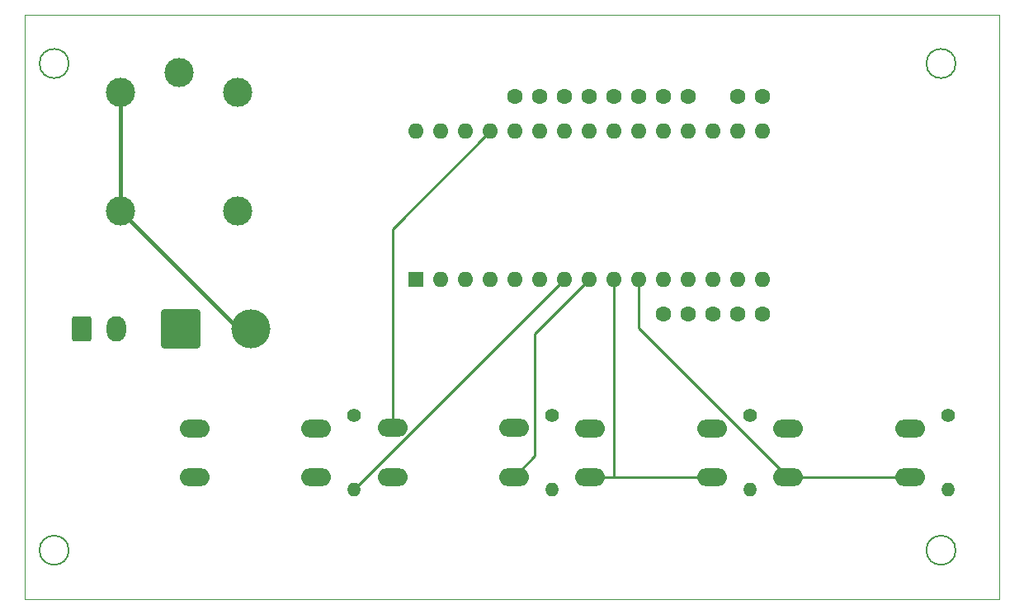
<source format=gbr>
%TF.GenerationSoftware,KiCad,Pcbnew,(6.0.7)*%
%TF.CreationDate,2023-03-20T00:03:39-04:00*%
%TF.ProjectId,timer,74696d65-722e-46b6-9963-61645f706362,rev?*%
%TF.SameCoordinates,Original*%
%TF.FileFunction,Copper,L2,Bot*%
%TF.FilePolarity,Positive*%
%FSLAX46Y46*%
G04 Gerber Fmt 4.6, Leading zero omitted, Abs format (unit mm)*
G04 Created by KiCad (PCBNEW (6.0.7)) date 2023-03-20 00:03:39*
%MOMM*%
%LPD*%
G01*
G04 APERTURE LIST*
G04 Aperture macros list*
%AMRoundRect*
0 Rectangle with rounded corners*
0 $1 Rounding radius*
0 $2 $3 $4 $5 $6 $7 $8 $9 X,Y pos of 4 corners*
0 Add a 4 corners polygon primitive as box body*
4,1,4,$2,$3,$4,$5,$6,$7,$8,$9,$2,$3,0*
0 Add four circle primitives for the rounded corners*
1,1,$1+$1,$2,$3*
1,1,$1+$1,$4,$5*
1,1,$1+$1,$6,$7*
1,1,$1+$1,$8,$9*
0 Add four rect primitives between the rounded corners*
20,1,$1+$1,$2,$3,$4,$5,0*
20,1,$1+$1,$4,$5,$6,$7,0*
20,1,$1+$1,$6,$7,$8,$9,0*
20,1,$1+$1,$8,$9,$2,$3,0*%
G04 Aperture macros list end*
%TA.AperFunction,Profile*%
%ADD10C,0.150000*%
%TD*%
%TA.AperFunction,Profile*%
%ADD11C,0.100000*%
%TD*%
%TA.AperFunction,ComponentPad*%
%ADD12C,1.600000*%
%TD*%
%TA.AperFunction,ComponentPad*%
%ADD13C,3.000000*%
%TD*%
%TA.AperFunction,ComponentPad*%
%ADD14O,1.600000X1.600000*%
%TD*%
%TA.AperFunction,ComponentPad*%
%ADD15R,1.600000X1.600000*%
%TD*%
%TA.AperFunction,ComponentPad*%
%ADD16RoundRect,0.250000X-1.750000X-1.750000X1.750000X-1.750000X1.750000X1.750000X-1.750000X1.750000X0*%
%TD*%
%TA.AperFunction,ComponentPad*%
%ADD17C,4.000000*%
%TD*%
%TA.AperFunction,ComponentPad*%
%ADD18O,3.048000X1.850000*%
%TD*%
%TA.AperFunction,ComponentPad*%
%ADD19C,1.400000*%
%TD*%
%TA.AperFunction,ComponentPad*%
%ADD20O,1.400000X1.400000*%
%TD*%
%TA.AperFunction,ComponentPad*%
%ADD21O,2.000000X2.600000*%
%TD*%
%TA.AperFunction,ComponentPad*%
%ADD22RoundRect,0.250000X-0.750000X-1.050000X0.750000X-1.050000X0.750000X1.050000X-0.750000X1.050000X0*%
%TD*%
%TA.AperFunction,Conductor*%
%ADD23C,0.250000*%
%TD*%
%TA.AperFunction,Conductor*%
%ADD24C,0.400000*%
%TD*%
G04 APERTURE END LIST*
D10*
X121500000Y-60000000D02*
G75*
G03*
X121500000Y-60000000I-1500000J0D01*
G01*
X212500000Y-60000000D02*
G75*
G03*
X212500000Y-60000000I-1500000J0D01*
G01*
X121500000Y-110000000D02*
G75*
G03*
X121500000Y-110000000I-1500000J0D01*
G01*
D11*
X117000000Y-55000000D02*
X217000000Y-55000000D01*
X217000000Y-55000000D02*
X217000000Y-115000000D01*
X217000000Y-115000000D02*
X117000000Y-115000000D01*
X117000000Y-115000000D02*
X117000000Y-55000000D01*
D10*
X212500000Y-110000000D02*
G75*
G03*
X212500000Y-110000000I-1500000J0D01*
G01*
D12*
%TO.P,3.3V,*%
%TO.N,unconnected-(A1-Pad17)*%
X190170000Y-63424000D03*
%TD*%
%TO.P,D13,*%
%TO.N,unconnected-(A1-Pad16)*%
X192710000Y-63424000D03*
%TD*%
%TO.P,A1,*%
%TO.N,unconnected-(A1-Pad20)*%
X182550000Y-63424000D03*
%TD*%
%TO.P,A0,*%
%TO.N,unconnected-(A1-Pad19)*%
X185090000Y-63424000D03*
%TD*%
%TO.P,A2,*%
%TO.N,unconnected-(A1-Pad21)*%
X180010000Y-63424000D03*
%TD*%
%TO.P,A4,*%
%TO.N,unconnected-(A1-Pad23)*%
X174930000Y-63424000D03*
%TD*%
%TO.P,A6,*%
%TO.N,unconnected-(A1-Pad25)*%
X169850000Y-63424000D03*
%TD*%
%TO.P,A3,*%
%TO.N,unconnected-(A1-Pad22)*%
X177470000Y-63424000D03*
%TD*%
%TO.P,A5,*%
%TO.N,unconnected-(A1-Pad24)*%
X172390000Y-63424000D03*
%TD*%
%TO.P,A7,*%
%TO.N,unconnected-(A1-Pad26)*%
X167310000Y-63424000D03*
%TD*%
%TO.P,D12,*%
%TO.N,unconnected-(A1-Pad15)*%
X192710000Y-85776000D03*
%TD*%
%TO.P,D11,*%
%TO.N,unconnected-(A1-Pad14)*%
X190170000Y-85776000D03*
%TD*%
%TO.P,D10,*%
%TO.N,unconnected-(A1-Pad13)*%
X187630000Y-85776000D03*
%TD*%
%TO.P,D9,*%
%TO.N,unconnected-(A1-Pad12)*%
X185090000Y-85776000D03*
%TD*%
%TO.P,D8,*%
%TO.N,unconnected-(A1-Pad11)*%
X182550000Y-85776000D03*
%TD*%
D13*
%TO.P,Relay,11*%
%TO.N,Net-(K2-Pad11)*%
X132800000Y-60950000D03*
%TO.P,Relay,12*%
%TO.N,unconnected-(K2-Pad12)*%
X138800000Y-75150000D03*
%TO.P,Relay,14*%
%TO.N,Net-(V2-Pad2)*%
X126800000Y-75150000D03*
%TO.P,Relay,A1*%
X126800000Y-62950000D03*
%TO.P,Relay,A2*%
%TO.N,Net-(LS1-Pad1)*%
X138800000Y-62950000D03*
%TD*%
D14*
%TO.P,A1,30,VIN*%
%TO.N,Net-(LS1-Pad2)*%
X157150000Y-66970000D03*
%TO.P,A1,29,GND*%
%TO.N,Net-(V2-Pad2)*%
X159690000Y-66970000D03*
%TO.P,A1,28,~{RESET}*%
%TO.N,unconnected-(A1-Pad28)*%
X162230000Y-66970000D03*
%TO.P,A1,27,+5V*%
%TO.N,Net-(SW1-Pad1)*%
X164770000Y-66970000D03*
%TO.P,A1,26,A7*%
%TO.N,unconnected-(A1-Pad26)*%
X167310000Y-66970000D03*
%TO.P,A1,25,A6*%
%TO.N,unconnected-(A1-Pad25)*%
X169850000Y-66970000D03*
%TO.P,A1,24,A5*%
%TO.N,unconnected-(A1-Pad24)*%
X172390000Y-66970000D03*
%TO.P,A1,23,A4*%
%TO.N,unconnected-(A1-Pad23)*%
X174930000Y-66970000D03*
%TO.P,A1,22,A3*%
%TO.N,unconnected-(A1-Pad22)*%
X177470000Y-66970000D03*
%TO.P,A1,21,A2*%
%TO.N,unconnected-(A1-Pad21)*%
X180010000Y-66970000D03*
%TO.P,A1,20,A1*%
%TO.N,unconnected-(A1-Pad20)*%
X182550000Y-66970000D03*
%TO.P,A1,19,A0*%
%TO.N,unconnected-(A1-Pad19)*%
X185090000Y-66970000D03*
%TO.P,A1,18,AREF*%
%TO.N,unconnected-(A1-Pad18)*%
X187630000Y-66970000D03*
%TO.P,A1,17,3V3*%
%TO.N,unconnected-(A1-Pad17)*%
X190170000Y-66970000D03*
%TO.P,A1,16,D13*%
%TO.N,unconnected-(A1-Pad16)*%
X192710000Y-66970000D03*
%TO.P,A1,15,D12*%
%TO.N,unconnected-(A1-Pad15)*%
X192710000Y-82210000D03*
%TO.P,A1,14,D11*%
%TO.N,unconnected-(A1-Pad14)*%
X190170000Y-82210000D03*
%TO.P,A1,13,D10*%
%TO.N,unconnected-(A1-Pad13)*%
X187630000Y-82210000D03*
%TO.P,A1,12,D9*%
%TO.N,unconnected-(A1-Pad12)*%
X185090000Y-82210000D03*
%TO.P,A1,11,D8*%
%TO.N,unconnected-(A1-Pad11)*%
X182550000Y-82210000D03*
%TO.P,A1,10,D7*%
%TO.N,Net-(R5-Pad2)*%
X180010000Y-82210000D03*
%TO.P,A1,9,D6*%
%TO.N,Net-(R3-Pad2)*%
X177470000Y-82210000D03*
%TO.P,A1,8,D5*%
%TO.N,Net-(R2-Pad2)*%
X174930000Y-82210000D03*
%TO.P,A1,7,D4*%
%TO.N,Net-(R1-Pad2)*%
X172390000Y-82210000D03*
%TO.P,A1,6,D3*%
%TO.N,unconnected-(A1-Pad6)*%
X169850000Y-82210000D03*
%TO.P,A1,5,D2*%
%TO.N,Net-(K2-Pad11)*%
X167310000Y-82210000D03*
%TO.P,A1,4,GND*%
%TO.N,unconnected-(A1-Pad4)*%
X164770000Y-82210000D03*
%TO.P,A1,3,~{RESET}*%
%TO.N,unconnected-(A1-Pad3)*%
X162230000Y-82210000D03*
%TO.P,A1,2,D0/RX*%
%TO.N,unconnected-(A1-Pad2)*%
X159690000Y-82210000D03*
D15*
%TO.P,A1,1,D1/TX*%
%TO.N,unconnected-(A1-Pad1)*%
X157150000Y-82210000D03*
%TD*%
D16*
%TO.P,Battery,1,+*%
%TO.N,Net-(LS1-Pad2)*%
X133020000Y-87300000D03*
D17*
%TO.P,Battery,2,-*%
%TO.N,Net-(V2-Pad2)*%
X140220000Y-87300000D03*
%TD*%
D18*
%TO.P,SW4,1,1*%
%TO.N,Net-(R5-Pad2)*%
X207840000Y-102500000D03*
X195340000Y-102500000D03*
%TO.P,SW4,2,2*%
%TO.N,Net-(SW1-Pad1)*%
X207840000Y-97500000D03*
X195340000Y-97500000D03*
%TD*%
%TO.P,SW3,1,1*%
%TO.N,Net-(R3-Pad2)*%
X187520000Y-102500000D03*
X175020000Y-102500000D03*
%TO.P,SW3,2,2*%
%TO.N,Net-(SW1-Pad1)*%
X187520000Y-97500000D03*
X175020000Y-97500000D03*
%TD*%
%TO.P,SW2,1,1*%
%TO.N,Net-(SW1-Pad1)*%
X154720000Y-97460000D03*
X167220000Y-97460000D03*
%TO.P,SW2,2,2*%
%TO.N,Net-(R2-Pad2)*%
X154720000Y-102460000D03*
X167220000Y-102460000D03*
%TD*%
%TO.P,SW1,1,1*%
%TO.N,Net-(SW1-Pad1)*%
X134400000Y-97500000D03*
X146900000Y-97500000D03*
%TO.P,SW1,2,2*%
%TO.N,Net-(R1-Pad2)*%
X134400000Y-102500000D03*
X146900000Y-102500000D03*
%TD*%
D19*
%TO.P,R5,1*%
%TO.N,Net-(V2-Pad2)*%
X211760000Y-96190000D03*
D20*
%TO.P,R5,2*%
%TO.N,Net-(R5-Pad2)*%
X211760000Y-103810000D03*
%TD*%
D19*
%TO.P,R3,1*%
%TO.N,Net-(V2-Pad2)*%
X191440000Y-96190000D03*
D20*
%TO.P,R3,2*%
%TO.N,Net-(R3-Pad2)*%
X191440000Y-103810000D03*
%TD*%
D19*
%TO.P,R2,1*%
%TO.N,Net-(V2-Pad2)*%
X171120000Y-96190000D03*
D20*
%TO.P,R2,2*%
%TO.N,Net-(R2-Pad2)*%
X171120000Y-103810000D03*
%TD*%
%TO.P,R1,2*%
%TO.N,Net-(R1-Pad2)*%
X150800000Y-103810000D03*
D19*
%TO.P,R1,1*%
%TO.N,Net-(V2-Pad2)*%
X150800000Y-96190000D03*
%TD*%
D21*
%TO.P,Speaker,2,2*%
%TO.N,Net-(LS1-Pad2)*%
X126360000Y-87300000D03*
D22*
%TO.P,Speaker,1,1*%
%TO.N,Net-(LS1-Pad1)*%
X122860000Y-87300000D03*
%TD*%
D23*
%TO.N,Net-(R2-Pad2)*%
X169342000Y-87798000D02*
X174930000Y-82210000D01*
X169342000Y-100338000D02*
X169342000Y-87798000D01*
X167220000Y-102460000D02*
X169342000Y-100338000D01*
%TO.N,Net-(SW1-Pad1)*%
X154720000Y-77020000D02*
X154720000Y-97460000D01*
X164770000Y-66970000D02*
X154720000Y-77020000D01*
D24*
%TO.N,Net-(V2-Pad2)*%
X126800000Y-75150000D02*
X126800000Y-63748896D01*
D23*
%TO.N,Net-(R5-Pad2)*%
X180010000Y-87170000D02*
X180010000Y-82210000D01*
%TO.N,Net-(R3-Pad2)*%
X177470000Y-82210000D02*
X177470000Y-102540000D01*
%TO.N,Net-(V2-Pad2)*%
X126800000Y-63748896D02*
X127199448Y-63349448D01*
X138950000Y-87300000D02*
X140220000Y-87300000D01*
D24*
X126800000Y-75150000D02*
X138950000Y-87300000D01*
D23*
%TO.N,Net-(R3-Pad2)*%
X178660000Y-102540000D02*
X178700000Y-102500000D01*
X177470000Y-102540000D02*
X178660000Y-102540000D01*
X178700000Y-102500000D02*
X175020000Y-102500000D01*
X187520000Y-102500000D02*
X178700000Y-102500000D01*
%TO.N,Net-(R1-Pad2)*%
X172390000Y-82220000D02*
X172390000Y-82210000D01*
X150800000Y-103810000D02*
X172390000Y-82220000D01*
%TO.N,Net-(R5-Pad2)*%
X195340000Y-102500000D02*
X180010000Y-87170000D01*
X207840000Y-102500000D02*
X195340000Y-102500000D01*
%TD*%
M02*

</source>
